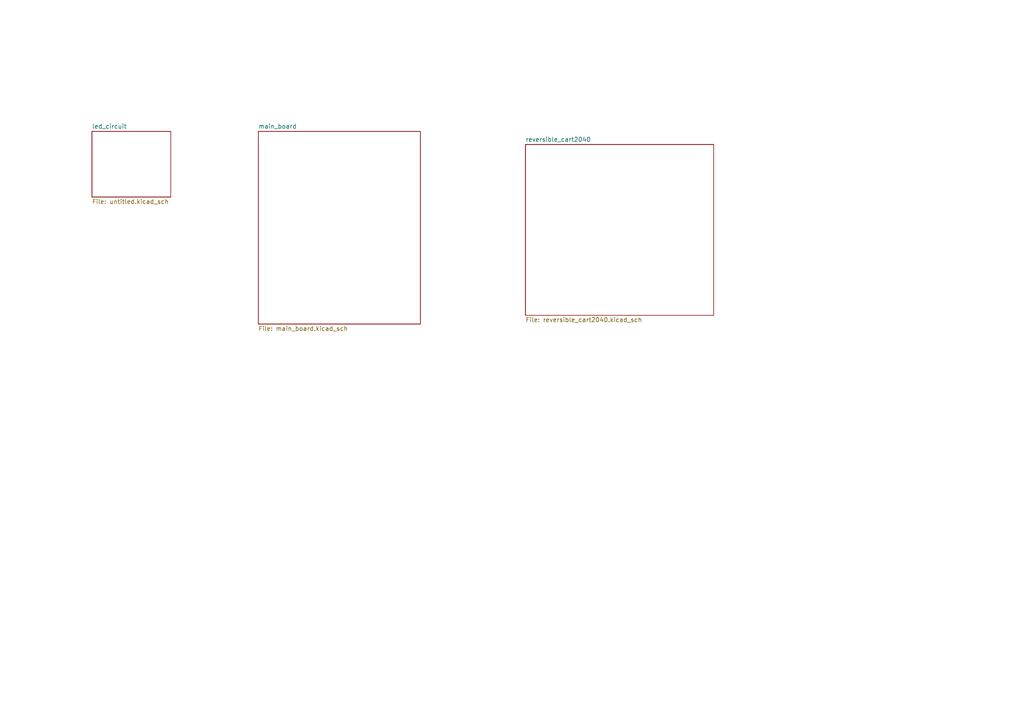
<source format=kicad_sch>
(kicad_sch
	(version 20231120)
	(generator "eeschema")
	(generator_version "8.0")
	(uuid "84fcda76-ba6b-4ba5-81b5-8ac1b68294fe")
	(paper "A4")
	(lib_symbols)
	(sheet
		(at 74.93 38.1)
		(size 46.99 55.88)
		(fields_autoplaced yes)
		(stroke
			(width 0.1524)
			(type solid)
		)
		(fill
			(color 0 0 0 0.0000)
		)
		(uuid "321497f6-4930-4ffe-b2d6-783030bfc0fd")
		(property "Sheetname" "main_board"
			(at 74.93 37.3884 0)
			(effects
				(font
					(size 1.27 1.27)
				)
				(justify left bottom)
			)
		)
		(property "Sheetfile" "main_board.kicad_sch"
			(at 74.93 94.5646 0)
			(effects
				(font
					(size 1.27 1.27)
				)
				(justify left top)
			)
		)
		(instances
			(project "prime_modulate"
				(path "/84fcda76-ba6b-4ba5-81b5-8ac1b68294fe"
					(page "3")
				)
			)
		)
	)
	(sheet
		(at 152.4 41.91)
		(size 54.61 49.53)
		(fields_autoplaced yes)
		(stroke
			(width 0.1524)
			(type solid)
		)
		(fill
			(color 0 0 0 0.0000)
		)
		(uuid "4bf2a192-f112-4f0e-af79-0d263483d6b9")
		(property "Sheetname" "reversible_cart2040"
			(at 152.4 41.1984 0)
			(effects
				(font
					(size 1.27 1.27)
				)
				(justify left bottom)
			)
		)
		(property "Sheetfile" "reversible_cart2040.kicad_sch"
			(at 152.4 92.0246 0)
			(effects
				(font
					(size 1.27 1.27)
				)
				(justify left top)
			)
		)
		(instances
			(project "prime_modulate"
				(path "/84fcda76-ba6b-4ba5-81b5-8ac1b68294fe"
					(page "4")
				)
			)
		)
	)
	(sheet
		(at 26.67 38.1)
		(size 22.86 19.05)
		(fields_autoplaced yes)
		(stroke
			(width 0.1524)
			(type solid)
		)
		(fill
			(color 0 0 0 0.0000)
		)
		(uuid "7af0ee0e-1f0d-4cb4-9be4-bc29bf13581d")
		(property "Sheetname" "led_circuit"
			(at 26.67 37.3884 0)
			(effects
				(font
					(size 1.27 1.27)
				)
				(justify left bottom)
			)
		)
		(property "Sheetfile" "untitled.kicad_sch"
			(at 26.67 57.7346 0)
			(effects
				(font
					(size 1.27 1.27)
				)
				(justify left top)
			)
		)
		(instances
			(project "prime_modulate"
				(path "/84fcda76-ba6b-4ba5-81b5-8ac1b68294fe"
					(page "2")
				)
			)
		)
	)
	(sheet_instances
		(path "/"
			(page "1")
		)
	)
)

</source>
